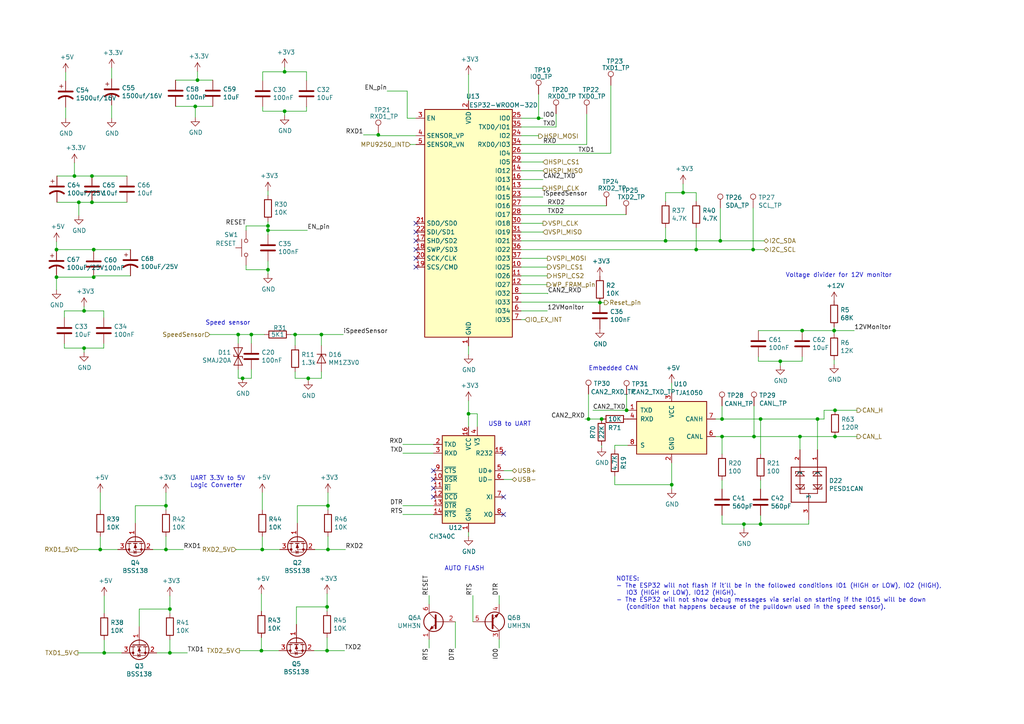
<source format=kicad_sch>
(kicad_sch (version 20231120) (generator "eeschema") (generator_version "8.0")
  (paper "A4")
  (title_block (title "ECU GEN2") (date "2021-04-05") (rev "2.3.3.3") (company "Evoke Motorcycles"))
  (lib_symbols
    (symbol "Device:C" (pin_numbers hide) (pin_names (offset 0.254))
      (property "Reference" "C" (at 0.635 2.54 0))
      (property "Value" "C" (at 0.635 -2.54 0))
      (symbol "C_1_1"
        (pin passive line (at 0 3.81 270) (length 2.794) (name "~") (number "1"))
        (pin passive line (at 0 -3.81 90) (length 2.794) (name "~") (number "2"))
      )
    )
    (symbol "Device:CP1" (pin_numbers hide) (pin_names (offset 0.254) hide)
      (property "Reference" "C" (at 0.635 2.54 0))
      (property "Value" "Device_CP1" (at 0.635 -2.54 0))
      (symbol "CP1_1_1"
        (pin passive line (at 0 3.81 270) (length 2.794) (name "~") (number "1"))
        (pin passive line (at 0 -3.81 90) (length 3.302) (name "~") (number "2"))
      )
    )
    (symbol "ESP32-CAN-rescue:+12V-power" (power) (pin_names (offset 0))
      (property "Value" "+12V-power" (at 0 3.556 0))
      (symbol "+12V-power_1_1"
        (pin power_in line (at 0 0 90) (length 0) hide (name "+12V") (number "1"))
      )
    )
    (symbol "ESP32-CAN-rescue:+3.3V-power" (power) (pin_names (offset 0))
      (property "Value" "+3.3V-power" (at 0 3.556 0))
      (symbol "+3.3V-power_1_1"
        (pin power_in line (at 0 0 90) (length 0) hide (name "+3V3") (number "1"))
      )
    )
    (symbol "ESP32-CAN-rescue:+5V-power" (power) (pin_names (offset 0))
      (property "Value" "+5V-power" (at 0 3.556 0))
      (symbol "+5V-power_1_1"
        (pin power_in line (at 0 0 90) (length 0) hide (name "+5V") (number "1"))
      )
    )
    (symbol "ESP32-CAN-rescue:BSS138-Transistor_FET" (pin_names (offset 0) hide)
      (property "Reference" "Q" (at 5.08 1.905 0))
      (property "Value" "BSS138-Transistor_FET" (at 5.08 0 0))
      (symbol "BSS138-Transistor_FET_1_1"
        (pin input line (at -5.08 0 0) (length 5.334) (name "G") (number "1"))
        (pin passive line (at 2.54 -5.08 90) (length 2.54) (name "S") (number "2"))
        (pin passive line (at 2.54 5.08 270) (length 2.54) (name "D") (number "3"))
      )
    )
    (symbol "ESP32-CAN-rescue:C-Device" (pin_numbers hide) (pin_names (offset 0.254))
      (property "Reference" "C" (at 0.635 2.54 0))
      (property "Value" "C-Device" (at 0.635 -2.54 0))
      (symbol "C-Device_1_1"
        (pin passive line (at 0 3.81 270) (length 2.794) (name "~") (number "1"))
        (pin passive line (at 0 -3.81 90) (length 2.794) (name "~") (number "2"))
      )
    )
    (symbol "ESP32-CAN-rescue:CH340G-Interface_USB"
      (property "Reference" "U" (at -5.08 13.97 0))
      (property "Value" "CH340G-Interface_USB" (at 1.27 13.97 0))
      (symbol "CH340G-Interface_USB_1_1"
        (pin power_in line (at 0 -15.24 90) (length 2.54) (name "GND") (number "1"))
        (pin input line (at 10.16 0 180) (length 2.54) (name "~{DSR}") (number "10"))
        (pin input line (at 10.16 -2.54 180) (length 2.54) (name "~{RI}") (number "11"))
        (pin input line (at 10.16 -5.08 180) (length 2.54) (name "~{DCD}") (number "12"))
        (pin output line (at 10.16 -7.62 180) (length 2.54) (name "~{DTR}") (number "13"))
        (pin output line (at 10.16 -10.16 180) (length 2.54) (name "~{RTS}") (number "14"))
        (pin input line (at -10.16 7.62 0) (length 2.54) (name "R232") (number "15"))
        (pin power_in line (at 0 15.24 270) (length 2.54) (name "VCC") (number "16"))
        (pin output line (at 10.16 10.16 180) (length 2.54) (name "TXD") (number "2"))
        (pin input line (at 10.16 7.62 180) (length 2.54) (name "RXD") (number "3"))
        (pin passive line (at -2.54 15.24 270) (length 2.54) (name "V3") (number "4"))
        (pin bidirectional line (at -10.16 2.54 0) (length 2.54) (name "UD+") (number "5"))
        (pin bidirectional line (at -10.16 0 0) (length 2.54) (name "UD-") (number "6"))
        (pin input line (at -10.16 -5.08 0) (length 2.54) (name "XI") (number "7"))
        (pin output line (at -10.16 -10.16 0) (length 2.54) (name "XO") (number "8"))
        (pin input line (at 10.16 2.54 180) (length 2.54) (name "~{CTS}") (number "9"))
      )
    )
    (symbol "ESP32-CAN-rescue:D_TVS-Device" (pin_numbers hide) (pin_names (offset 1.016) hide)
      (property "Reference" "D" (at 0 2.54 0))
      (property "Value" "D_TVS-Device" (at 0 -2.54 0))
      (symbol "D_TVS-Device_1_1"
        (pin passive line (at -3.81 0 0) (length 2.54) (name "A1") (number "1"))
        (pin passive line (at 3.81 0 180) (length 2.54) (name "A2") (number "2"))
      )
    )
    (symbol "ESP32-CAN-rescue:D_Zener-Device" (pin_numbers hide) (pin_names (offset 1.016) hide)
      (property "Reference" "D" (at 0 2.54 0))
      (property "Value" "D_Zener-Device" (at 0 -2.54 0))
      (symbol "D_Zener-Device_1_1"
        (pin passive line (at -3.81 0 0) (length 2.54) (name "K") (number "1"))
        (pin passive line (at 3.81 0 180) (length 2.54) (name "A") (number "2"))
      )
    )
    (symbol "ESP32-CAN-rescue:ESP32-WROOM-32D-RF_Module"
      (property "Reference" "U" (at -12.7 34.29 0))
      (property "Value" "ESP32-WROOM-32D-RF_Module" (at 1.27 34.29 0))
      (symbol "ESP32-WROOM-32D-RF_Module_1_1"
        (pin power_in line (at 0 -35.56 90) (length 2.54) (name "GND") (number "1"))
        (pin bidirectional line (at 15.24 -12.7 180) (length 2.54) (name "IO25") (number "10"))
        (pin bidirectional line (at 15.24 -15.24 180) (length 2.54) (name "IO26") (number "11"))
        (pin bidirectional line (at 15.24 -17.78 180) (length 2.54) (name "IO27") (number "12"))
        (pin bidirectional line (at 15.24 10.16 180) (length 2.54) (name "IO14") (number "13"))
        (pin bidirectional line (at 15.24 15.24 180) (length 2.54) (name "IO12") (number "14"))
        (pin passive line (at 0 -35.56 90) (length 2.54) hide (name "GND") (number "15"))
        (pin bidirectional line (at 15.24 12.7 180) (length 2.54) (name "IO13") (number "16"))
        (pin bidirectional line (at -15.24 -5.08 0) (length 2.54) (name "SHD/SD2") (number "17"))
        (pin bidirectional line (at -15.24 -7.62 0) (length 2.54) (name "SWP/SD3") (number "18"))
        (pin bidirectional line (at -15.24 -12.7 0) (length 2.54) (name "SCS/CMD") (number "19"))
        (pin power_in line (at 0 35.56 270) (length 2.54) (name "VDD") (number "2"))
        (pin bidirectional line (at -15.24 -10.16 0) (length 2.54) (name "SCK/CLK") (number "20"))
        (pin bidirectional line (at -15.24 0 0) (length 2.54) (name "SDO/SD0") (number "21"))
        (pin bidirectional line (at -15.24 -2.54 0) (length 2.54) (name "SDI/SD1") (number "22"))
        (pin bidirectional line (at 15.24 7.62 180) (length 2.54) (name "IO15") (number "23"))
        (pin bidirectional line (at 15.24 25.4 180) (length 2.54) (name "IO2") (number "24"))
        (pin bidirectional line (at 15.24 30.48 180) (length 2.54) (name "IO0") (number "25"))
        (pin bidirectional line (at 15.24 20.32 180) (length 2.54) (name "IO4") (number "26"))
        (pin bidirectional line (at 15.24 5.08 180) (length 2.54) (name "IO16") (number "27"))
        (pin bidirectional line (at 15.24 2.54 180) (length 2.54) (name "IO17") (number "28"))
        (pin bidirectional line (at 15.24 17.78 180) (length 2.54) (name "IO5") (number "29"))
        (pin input line (at -15.24 30.48 0) (length 2.54) (name "EN") (number "3"))
        (pin bidirectional line (at 15.24 0 180) (length 2.54) (name "IO18") (number "30"))
        (pin bidirectional line (at 15.24 -2.54 180) (length 2.54) (name "IO19") (number "31"))
        (pin no_connect line (at -12.7 -27.94 0) (length 2.54) hide (name "NC") (number "32"))
        (pin bidirectional line (at 15.24 -5.08 180) (length 2.54) (name "IO21") (number "33"))
        (pin bidirectional line (at 15.24 22.86 180) (length 2.54) (name "RXD0/IO3") (number "34"))
        (pin bidirectional line (at 15.24 27.94 180) (length 2.54) (name "TXD0/IO1") (number "35"))
        (pin bidirectional line (at 15.24 -7.62 180) (length 2.54) (name "IO22") (number "36"))
        (pin bidirectional line (at 15.24 -10.16 180) (length 2.54) (name "IO23") (number "37"))
        (pin passive line (at 0 -35.56 90) (length 2.54) hide (name "GND") (number "38"))
        (pin input line (at -15.24 25.4 0) (length 2.54) (name "SENSOR_VP") (number "4"))
        (pin input line (at -15.24 22.86 0) (length 2.54) (name "SENSOR_VN") (number "5"))
        (pin input line (at 15.24 -25.4 180) (length 2.54) (name "IO34") (number "6"))
        (pin input line (at 15.24 -27.94 180) (length 2.54) (name "IO35") (number "7"))
        (pin bidirectional line (at 15.24 -20.32 180) (length 2.54) (name "IO32") (number "8"))
        (pin bidirectional line (at 15.24 -22.86 180) (length 2.54) (name "IO33") (number "9"))
      )
    )
    (symbol "ESP32-CAN-rescue:GND-power" (power) (pin_names (offset 0))
      (property "Value" "GND-power" (at 0 -3.81 0))
      (symbol "GND-power_1_1"
        (pin power_in line (at 0 0 270) (length 0) hide (name "GND") (number "1"))
      )
    )
    (symbol "ESP32-CAN-rescue:PMBT2222AYS-Transistor_BJT" (pin_names (offset 0) hide)
      (property "Reference" "Q" (at 5.08 1.27 0))
      (property "Value" "PMBT2222AYS-Transistor_BJT" (at 5.08 -1.27 0))
      (symbol "PMBT2222AYS-Transistor_BJT_1_1"
        (pin passive line (at 2.54 -5.08 90) (length 2.54) (name "E1") (number "1"))
        (pin input line (at -5.08 0 0) (length 2.54) (name "B1") (number "2"))
        (pin passive line (at 2.54 5.08 270) (length 2.54) (name "C1") (number "6"))
      )
      (symbol "PMBT2222AYS-Transistor_BJT_2_1"
        (pin passive line (at 2.54 5.08 270) (length 2.54) (name "C2") (number "3"))
        (pin passive line (at 2.54 -5.08 90) (length 2.54) (name "E2") (number "4"))
        (pin input line (at -5.08 0 0) (length 2.54) (name "B2") (number "5"))
      )
    )
    (symbol "ESP32-CAN-rescue:R-Device" (pin_numbers hide) (pin_names (offset 0))
      (property "Reference" "R" (at 2.032 0 90))
      (property "Value" "R-Device" (at 0 0 90))
      (symbol "R-Device_1_1"
        (pin passive line (at 0 3.81 270) (length 1.27) (name "~") (number "1"))
        (pin passive line (at 0 -3.81 90) (length 1.27) (name "~") (number "2"))
      )
    )
    (symbol "ESP32-CAN-rescue:SW_Push-Switch" (pin_numbers hide) (pin_names (offset 1.016) hide)
      (property "Reference" "SW" (at 1.27 2.54 0))
      (property "Value" "SW_Push-Switch" (at 0 -1.524 0))
      (symbol "SW_Push-Switch_0_1"
        (pin passive line (at -5.08 0 0) (length 2.54) (name "1") (number "1"))
        (pin passive line (at 5.08 0 180) (length 2.54) (name "2") (number "2"))
      )
    )
    (symbol "ESP32-CAN-rescue:TJA1051T-Interface_CAN_LIN" (pin_names (offset 1.016))
      (property "Reference" "U" (at -10.16 8.89 0))
      (property "Value" "TJA1051T-Interface_CAN_LIN" (at 1.27 8.89 0))
      (symbol "TJA1051T-Interface_CAN_LIN_1_1"
        (pin input line (at -12.7 5.08 0) (length 2.54) (name "TXD") (number "1"))
        (pin power_in line (at 0 -10.16 90) (length 2.54) (name "GND") (number "2"))
        (pin power_in line (at 0 10.16 270) (length 2.54) (name "VCC") (number "3"))
        (pin output line (at -12.7 2.54 0) (length 2.54) (name "RXD") (number "4"))
        (pin no_connect line (at -12.7 -2.54 0) (length 2.54) hide (name "n.c.") (number "5"))
        (pin bidirectional line (at 12.7 -2.54 180) (length 2.54) (name "CANL") (number "6"))
        (pin bidirectional line (at 12.7 2.54 180) (length 2.54) (name "CANH") (number "7"))
        (pin input line (at -12.7 -5.08 0) (length 2.54) (name "S") (number "8"))
      )
    )
    (symbol "ESP32-CAN-rescue:TestPoint-Connector" (pin_numbers hide) (pin_names (offset 0.762) hide)
      (property "Reference" "TP" (at 0 6.858 0))
      (property "Value" "TestPoint-Connector" (at 0 5.08 0))
      (symbol "TestPoint-Connector_1_1"
        (pin passive line (at 0 0 90) (length 2.54) (name "1") (number "1"))
      )
    )
    (symbol "PESD1CAN:PESD1CAN" (pin_names (offset 1.016))
      (property "Reference" "D" (at 0 11.43 0))
      (property "Value" "PESD1CAN" (at 0 -2.54 0))
      (symbol "PESD1CAN_0_0"
        (pin bidirectional line (at -5.08 7.62 0) (length 5.08) (name "1") (number "1"))
        (pin bidirectional line (at -5.08 2.54 0) (length 5.08) (name "2") (number "2"))
        (pin passive line (at 15.24 5.08 180) (length 5.08) (name "3") (number "3"))
      )
    )
    (symbol "PESD1CAN_1" (pin_names (offset 1.016))
      (property "Reference" "D" (at 0 11.43 0))
      (property "Value" "PESD1CAN" (at 0 -2.54 0))
      (symbol "PESD1CAN_1_0_0"
        (pin bidirectional line (at -5.08 7.62 0) (length 5.08) (name "1") (number "1"))
        (pin bidirectional line (at -5.08 2.54 0) (length 5.08) (name "2") (number "2"))
        (pin passive line (at 15.24 5.08 180) (length 5.08) (name "3") (number "3"))
      )
    )
    (symbol "power:+3.3V" (power) (pin_names (offset 0))
      (property "Value" "+3.3V" (at 0 3.556 0))
      (symbol "+3.3V_1_1"
        (pin power_in line (at 0 0 90) (length 0) hide (name "+3.3V") (number "1"))
      )
    )
    (symbol "power:+5V" (power) (pin_names (offset 0))
      (property "Value" "+5V" (at 0 3.556 0))
      (symbol "+5V_1_1"
        (pin power_in line (at 0 0 90) (length 0) hide (name "+5V") (number "1"))
      )
    )
    (symbol "power:GND" (power) (pin_names (offset 0))
      (property "Value" "GND" (at 0 -3.81 0))
      (symbol "GND_1_1"
        (pin power_in line (at 0 0 270) (length 0) hide (name "GND") (number "1"))
      )
    )
  )
  (junction (at 241.935 95.885))
  (junction (at 57.277 23.241))
  (junction (at 77.724 78.232))
  (junction (at 93.218 97.028))
  (junction (at 76.073 159.385))
  (junction (at 95.123 146.685))
  (junction (at 21.59 51.054))
  (junction (at 220.599 121.539))
  (junction (at 22.86 58.674))
  (junction (at 72.898 97.028))
  (junction (at 70.358 109.728))
  (junction (at 215.773 152.019))
  (junction (at 170.688 121.539))
  (junction (at 49.276 189.357))
  (junction (at 85.598 97.028))
  (junction (at 173.99 87.757))
  (junction (at 237.109 121.539))
  (junction (at 193.04 69.85))
  (junction (at 209.423 126.619))
  (junction (at 26.67 51.054))
  (junction (at 82.55 20.828))
  (junction (at 198.12 55.88))
  (junction (at 75.819 188.722))
  (junction (at 16.383 80.391))
  (junction (at 232.664 95.885))
  (junction (at 94.869 188.722))
  (junction (at 49.276 176.657))
  (junction (at 27.178 80.391))
  (junction (at 69.088 97.028))
  (junction (at 242.189 118.999))
  (junction (at 218.44 72.39))
  (junction (at 30.226 189.357))
  (junction (at 208.915 69.85))
  (junction (at 218.694 126.619))
  (junction (at 27.178 72.39))
  (junction (at 56.642 30.861))
  (junction (at 220.599 152.019))
  (junction (at 24.384 100.965))
  (junction (at 174.498 121.539))
  (junction (at 94.869 176.022))
  (junction (at 16.383 72.39))
  (junction (at 26.67 58.674))
  (junction (at 89.408 109.728))
  (junction (at 201.93 72.39))
  (junction (at 194.818 140.589))
  (junction (at 24.384 90.17))
  (junction (at 95.123 159.385))
  (junction (at 48.133 146.685))
  (junction (at 156.21 34.29))
  (junction (at 226.314 104.775))
  (junction (at 77.724 66.802))
  (junction (at 232.029 126.619))
  (junction (at 77.724 65.532))
  (junction (at 242.189 126.619))
  (junction (at 29.083 159.385))
  (junction (at 181.737 118.999))
  (junction (at 209.423 121.539))
  (junction (at 82.55 32.258))
  (junction (at 48.133 159.385))
  (junction (at 109.728 39.116))
  (junction (at 135.89 120.015))
  (no_connect (at 120.65 67.31))
  (no_connect (at 120.65 74.93))
  (no_connect (at 146.05 131.445))
  (no_connect (at 120.65 77.47))
  (no_connect (at 120.65 72.39))
  (no_connect (at 120.65 69.85))
  (no_connect (at 120.65 64.77))
  (no_connect (at 146.05 149.225))
  (no_connect (at 125.73 139.065))
  (no_connect (at 146.05 144.145))
  (no_connect (at 125.73 144.145))
  (no_connect (at 125.73 141.605))
  (no_connect (at 125.73 136.525))
  (wire (pts (xy 120.65 39.37) (xy 109.728 39.37)))
  (wire (pts (xy 207.518 121.539) (xy 209.423 121.539)))
  (wire (pts (xy 95.123 159.385) (xy 100.203 159.385)))
  (wire (pts (xy 48.133 146.685) (xy 39.243 146.685)))
  (wire (pts (xy 198.12 53.34) (xy 198.12 55.88)))
  (wire (pts (xy 241.935 105.664) (xy 241.935 104.394)))
  (wire (pts (xy 156.21 27.305) (xy 156.21 34.29)))
  (wire (pts (xy 193.04 69.85) (xy 208.915 69.85)))
  (wire (pts (xy 76.708 97.028) (xy 72.898 97.028)))
  (wire (pts (xy 151.13 41.91) (xy 170.18 41.91)))
  (wire (pts (xy 69.088 107.188) (xy 69.088 109.728)))
  (wire (pts (xy 77.724 78.232) (xy 71.374 78.232)))
  (wire (pts (xy 26.67 58.674) (xy 36.83 58.674)))
  (wire (pts (xy 94.869 177.292) (xy 94.869 176.022)))
  (wire (pts (xy 34.163 159.385) (xy 29.083 159.385)))
  (wire (pts (xy 182.118 129.159) (xy 178.308 129.159)))
  (wire (pts (xy 48.133 155.575) (xy 48.133 159.385)))
  (wire (pts (xy 24.384 100.965) (xy 30.099 100.965)))
  (wire (pts (xy 48.133 159.385) (xy 53.213 159.385)))
  (wire (pts (xy 209.423 152.019) (xy 215.773 152.019)))
  (wire (pts (xy 209.423 149.479) (xy 209.423 152.019)))
  (wire (pts (xy 16.383 80.264) (xy 16.383 80.391)))
  (wire (pts (xy 29.083 147.955) (xy 29.083 142.875)))
  (wire (pts (xy 94.869 172.212) (xy 94.869 176.022)))
  (wire (pts (xy 61.722 30.861) (xy 56.642 30.861)))
  (wire (pts (xy 30.226 189.357) (xy 30.226 185.547)))
  (wire (pts (xy 209.423 121.539) (xy 220.599 121.539)))
  (wire (pts (xy 232.664 104.775) (xy 226.314 104.775)))
  (wire (pts (xy 242.189 118.999) (xy 239.014 118.999)))
  (wire (pts (xy 209.423 117.729) (xy 209.423 121.539)))
  (wire (pts (xy 120.65 41.91) (xy 118.999 41.91)))
  (wire (pts (xy 178.308 129.159) (xy 178.308 130.429)))
  (wire (pts (xy 208.915 60.325) (xy 208.915 69.85)))
  (wire (pts (xy 49.276 185.547) (xy 49.276 189.357)))
  (wire (pts (xy 24.384 88.9) (xy 24.384 90.17)))
  (wire (pts (xy 22.86 58.674) (xy 22.86 62.484)))
  (wire (pts (xy 151.13 85.09) (xy 158.877 85.09)))
  (wire (pts (xy 118.11 26.416) (xy 112.268 26.416)))
  (wire (pts (xy 85.598 97.028) (xy 93.218 97.028)))
  (wire (pts (xy 94.869 188.722) (xy 91.059 188.722)))
  (wire (pts (xy 178.308 140.589) (xy 194.818 140.589)))
  (wire (pts (xy 109.728 39.116) (xy 109.728 38.862)))
  (wire (pts (xy 125.73 131.445) (xy 116.84 131.445)))
  (wire (pts (xy 174.498 129.794) (xy 174.498 129.159)))
  (wire (pts (xy 151.13 77.47) (xy 158.75 77.47)))
  (wire (pts (xy 151.13 87.63) (xy 173.99 87.63)))
  (wire (pts (xy 56.642 30.861) (xy 56.642 34.036)))
  (wire (pts (xy 89.154 66.802) (xy 77.724 66.802)))
  (wire (pts (xy 151.13 67.31) (xy 157.48 67.31)))
  (wire (pts (xy 57.277 23.241) (xy 57.277 20.701)))
  (wire (pts (xy 77.724 65.532) (xy 77.724 66.802)))
  (wire (pts (xy 146.05 139.065) (xy 148.59 139.065)))
  (wire (pts (xy 22.86 58.674) (xy 26.67 58.674)))
  (wire (pts (xy 30.099 100.965) (xy 30.099 99.695)))
  (wire (pts (xy 146.05 136.525) (xy 148.59 136.525)))
  (wire (pts (xy 242.189 126.619) (xy 232.029 126.619)))
  (wire (pts (xy 69.088 97.028) (xy 72.898 97.028)))
  (wire (pts (xy 193.04 58.42) (xy 193.04 55.88)))
  (wire (pts (xy 151.13 74.93) (xy 158.75 74.93)))
  (wire (pts (xy 226.314 106.045) (xy 226.314 104.775)))
  (wire (pts (xy 69.469 188.722) (xy 75.819 188.722)))
  (wire (pts (xy 21.59 51.054) (xy 21.59 47.244)))
  (wire (pts (xy 30.099 90.17) (xy 24.384 90.17)))
  (wire (pts (xy 135.89 155.575) (xy 135.89 154.305)))
  (wire (pts (xy 94.869 188.722) (xy 99.949 188.722)))
  (wire (pts (xy 48.133 142.875) (xy 48.133 146.685)))
  (wire (pts (xy 29.083 159.385) (xy 29.083 155.575)))
  (wire (pts (xy 151.13 39.37) (xy 156.21 39.37)))
  (wire (pts (xy 170.18 33.02) (xy 170.18 41.91)))
  (wire (pts (xy 194.818 140.589) (xy 194.818 134.239)))
  (wire (pts (xy 151.13 44.45) (xy 177.165 44.45)))
  (wire (pts (xy 85.598 100.203) (xy 85.598 97.028)))
  (wire (pts (xy 118.11 34.29) (xy 118.11 26.416)))
  (wire (pts (xy 27.178 80.391) (xy 16.383 80.391)))
  (wire (pts (xy 151.13 82.55) (xy 158.623 82.55)))
  (wire (pts (xy 24.384 90.17) (xy 18.669 90.17)))
  (wire (pts (xy 232.664 103.505) (xy 232.664 104.775)))
  (wire (pts (xy 30.226 177.927) (xy 30.226 172.847)))
  (wire (pts (xy 22.606 189.357) (xy 30.226 189.357)))
  (wire (pts (xy 22.733 159.385) (xy 29.083 159.385)))
  (wire (pts (xy 220.599 131.699) (xy 220.599 121.539)))
  (wire (pts (xy 232.664 95.885) (xy 219.964 95.885)))
  (wire (pts (xy 68.453 159.385) (xy 76.073 159.385)))
  (wire (pts (xy 95.123 142.875) (xy 95.123 146.685)))
  (wire (pts (xy 93.218 97.028) (xy 93.218 100.203)))
  (wire (pts (xy 48.133 159.385) (xy 44.323 159.385)))
  (wire (pts (xy 151.13 49.53) (xy 157.48 49.53)))
  (wire (pts (xy 193.04 66.04) (xy 193.04 69.85)))
  (wire (pts (xy 151.13 59.69) (xy 175.895 59.69)))
  (wire (pts (xy 209.423 126.619) (xy 218.694 126.619)))
  (wire (pts (xy 151.13 46.99) (xy 157.48 46.99)))
  (wire (pts (xy 27.178 72.39) (xy 27.178 72.771)))
  (wire (pts (xy 193.04 55.88) (xy 198.12 55.88)))
  (wire (pts (xy 124.46 175.26) (xy 124.46 172.72)))
  (wire (pts (xy 161.29 33.02) (xy 161.29 36.83)))
  (wire (pts (xy 120.65 34.29) (xy 118.11 34.29)))
  (wire (pts (xy 85.598 109.728) (xy 89.408 109.728)))
  (wire (pts (xy 151.13 62.23) (xy 181.61 62.23)))
  (wire (pts (xy 215.773 153.289) (xy 215.773 152.019)))
  (wire (pts (xy 48.133 147.955) (xy 48.133 146.685)))
  (wire (pts (xy 201.93 66.04) (xy 201.93 72.39)))
  (wire (pts (xy 88.9 20.828) (xy 88.9 23.368)))
  (wire (pts (xy 49.276 172.847) (xy 49.276 176.657)))
  (wire (pts (xy 151.13 52.07) (xy 157.48 52.07)))
  (wire (pts (xy 239.014 118.999) (xy 239.014 121.539)))
  (wire (pts (xy 218.694 126.619) (xy 232.029 126.619)))
  (wire (pts (xy 151.13 57.15) (xy 157.48 57.15)))
  (wire (pts (xy 241.935 94.869) (xy 241.935 95.885)))
  (wire (pts (xy 94.869 176.022) (xy 85.979 176.022)))
  (wire (pts (xy 234.569 152.019) (xy 234.569 150.749)))
  (wire (pts (xy 77.724 64.262) (xy 77.724 65.532)))
  (wire (pts (xy 32.385 30.48) (xy 32.385 34.29)))
  (wire (pts (xy 49.276 176.657) (xy 40.386 176.657)))
  (wire (pts (xy 135.89 21.59) (xy 135.89 29.21)))
  (wire (pts (xy 69.088 109.728) (xy 70.358 109.728)))
  (wire (pts (xy 181.737 118.999) (xy 171.958 118.999)))
  (wire (pts (xy 151.13 69.85) (xy 193.04 69.85)))
  (wire (pts (xy 19.05 20.955) (xy 19.05 23.495)))
  (wire (pts (xy 151.13 54.61) (xy 157.48 54.61)))
  (wire (pts (xy 173.99 87.757) (xy 173.99 87.63)))
  (wire (pts (xy 94.869 184.912) (xy 94.869 188.722)))
  (wire (pts (xy 50.927 23.241) (xy 57.277 23.241)))
  (wire (pts (xy 27.178 80.01) (xy 27.178 80.391)))
  (wire (pts (xy 75.819 177.292) (xy 75.819 172.212)))
  (wire (pts (xy 69.088 99.568) (xy 69.088 97.028)))
  (wire (pts (xy 175.26 87.757) (xy 173.99 87.757)))
  (wire (pts (xy 71.374 78.232) (xy 71.374 76.962)))
  (wire (pts (xy 95.123 159.385) (xy 91.313 159.385)))
  (wire (pts (xy 61.722 23.241) (xy 57.277 23.241)))
  (wire (pts (xy 219.964 104.775) (xy 219.964 103.505)))
  (wire (pts (xy 135.89 120.015) (xy 135.89 123.825)))
  (wire (pts (xy 77.724 55.372) (xy 77.724 56.642)))
  (wire (pts (xy 99.568 97.028) (xy 93.218 97.028)))
  (wire (pts (xy 84.328 97.028) (xy 85.598 97.028)))
  (wire (pts (xy 218.44 60.325) (xy 218.44 72.39)))
  (wire (pts (xy 151.13 34.29) (xy 156.21 34.29)))
  (wire (pts (xy 16.383 72.39) (xy 16.383 72.644)))
  (wire (pts (xy 76.2 23.368) (xy 76.2 20.828)))
  (wire (pts (xy 27.178 72.39) (xy 16.383 72.39)))
  (wire (pts (xy 125.73 149.225) (xy 116.84 149.225)))
  (wire (pts (xy 18.669 100.965) (xy 24.384 100.965)))
  (wire (pts (xy 125.73 128.905) (xy 116.84 128.905)))
  (wire (pts (xy 16.51 58.674) (xy 22.86 58.674)))
  (wire (pts (xy 124.46 185.42) (xy 124.46 187.96)))
  (wire (pts (xy 241.935 95.885) (xy 241.935 96.774)))
  (wire (pts (xy 82.55 33.528) (xy 82.55 32.258)))
  (wire (pts (xy 209.423 131.699) (xy 209.423 126.619)))
  (wire (pts (xy 76.2 32.258) (xy 76.2 30.988)))
  (wire (pts (xy 144.78 175.26) (xy 144.78 172.72)))
  (wire (pts (xy 30.099 92.075) (xy 30.099 90.17)))
  (wire (pts (xy 138.43 120.015) (xy 135.89 120.015)))
  (wire (pts (xy 35.306 189.357) (xy 30.226 189.357)))
  (wire (pts (xy 156.21 34.29) (xy 157.48 34.29)))
  (wire (pts (xy 105.41 39.116) (xy 109.728 39.116)))
  (wire (pts (xy 49.276 189.357) (xy 54.356 189.357)))
  (wire (pts (xy 138.43 123.825) (xy 138.43 120.015)))
  (wire (pts (xy 132.08 180.34) (xy 132.08 187.96)))
  (wire (pts (xy 242.189 126.619) (xy 248.539 126.619)))
  (wire (pts (xy 16.51 51.054) (xy 21.59 51.054)))
  (wire (pts (xy 151.13 64.77) (xy 157.48 64.77)))
  (wire (pts (xy 144.78 185.42) (xy 144.78 187.96)))
  (wire (pts (xy 72.898 99.568) (xy 72.898 97.028)))
  (wire (pts (xy 156.21 39.37) (xy 156.21 39.497)))
  (wire (pts (xy 151.13 92.71) (xy 152.273 92.71)))
  (wire (pts (xy 201.93 55.88) (xy 201.93 58.42)))
  (wire (pts (xy 178.308 138.049) (xy 178.308 140.589)))
  (wire (pts (xy 237.109 130.429) (xy 237.109 121.539)))
  (wire (pts (xy 77.724 66.802) (xy 77.724 68.072)))
  (wire (pts (xy 220.599 121.539) (xy 237.109 121.539)))
  (wire (pts (xy 85.979 176.022) (xy 85.979 181.102)))
  (wire (pts (xy 209.423 139.319) (xy 209.423 141.859)))
  (wire (pts (xy 194.818 141.859) (xy 194.818 140.589)))
  (wire (pts (xy 71.374 66.802) (xy 71.374 65.532)))
  (wire (pts (xy 239.014 121.539) (xy 237.109 121.539)))
  (wire (pts (xy 80.899 188.722) (xy 75.819 188.722)))
  (wire (pts (xy 151.13 36.83) (xy 161.29 36.83)))
  (wire (pts (xy 194.818 111.125) (xy 194.818 113.919)))
  (wire (pts (xy 71.374 65.532) (xy 77.724 65.532)))
  (wire (pts (xy 125.73 146.685) (xy 116.84 146.685)))
  (wire (pts (xy 169.672 121.539) (xy 170.688 121.539)))
  (wire (pts (xy 109.728 39.37) (xy 109.728 39.116)))
  (wire (pts (xy 232.029 130.429) (xy 232.029 126.619)))
  (wire (pts (xy 50.927 30.861) (xy 56.642 30.861)))
  (wire (pts (xy 201.93 72.39) (xy 218.44 72.39)))
  (wire (pts (xy 19.05 31.115) (xy 19.05 34.29)))
  (wire (pts (xy 72.898 109.728) (xy 70.358 109.728)))
  (wire (pts (xy 82.55 32.258) (xy 76.2 32.258)))
  (wire (pts (xy 72.898 107.188) (xy 72.898 109.728)))
  (wire (pts (xy 220.599 152.019) (xy 220.599 149.479)))
  (wire (pts (xy 39.243 146.685) (xy 39.243 151.765)))
  (wire (pts (xy 95.123 155.575) (xy 95.123 159.385)))
  (wire (pts (xy 215.773 152.019) (xy 220.599 152.019)))
  (wire (pts (xy 220.599 152.019) (xy 234.569 152.019)))
  (wire (pts (xy 88.9 30.988) (xy 88.9 32.258)))
  (wire (pts (xy 95.123 146.685) (xy 86.233 146.685)))
  (wire (pts (xy 248.539 118.999) (xy 242.189 118.999)))
  (wire (pts (xy 182.118 118.999) (xy 181.737 118.999)))
  (wire (pts (xy 37.846 72.39) (xy 27.178 72.39)))
  (wire (pts (xy 170.688 114.3) (xy 170.688 121.539)))
  (wire (pts (xy 21.59 51.054) (xy 26.67 51.054)))
  (wire (pts (xy 89.408 110.363) (xy 89.408 109.728)))
  (wire (pts (xy 218.694 117.729) (xy 218.694 126.619)))
  (wire (pts (xy 208.915 69.85) (xy 221.615 69.85)))
  (wire (pts (xy 16.383 70.104) (xy 16.383 72.39)))
  (wire (pts (xy 18.669 90.17) (xy 18.669 92.075)))
  (wire (pts (xy 37.846 80.01) (xy 27.178 80.01)))
  (wire (pts (xy 82.55 19.558) (xy 82.55 20.828)))
  (wire (pts (xy 135.89 102.87) (xy 135.89 100.33)))
  (wire (pts (xy 226.314 104.775) (xy 219.964 104.775)))
  (wire (pts (xy 218.44 72.39) (xy 221.615 72.39)))
  (wire (pts (xy 49.276 177.927) (xy 49.276 176.657)))
  (wire (pts (xy 151.13 80.01) (xy 158.75 80.01)))
  (wire (pts (xy 81.153 159.385) (xy 76.073 159.385)))
  (wire (pts (xy 76.2 20.828) (xy 82.55 20.828)))
  (wire (pts (xy 76.073 159.385) (xy 76.073 155.575)))
  (wire (pts (xy 220.599 139.319) (xy 220.599 141.859)))
  (wire (pts (xy 85.598 107.823) (xy 85.598 109.728)))
  (wire (pts (xy 82.55 20.828) (xy 88.9 20.828)))
  (wire (pts (xy 198.12 55.88) (xy 201.93 55.88)))
  (wire (pts (xy 88.9 32.258) (xy 82.55 32.258)))
  (wire (pts (xy 77.724 79.502) (xy 77.724 78.232)))
  (wire (pts (xy 24.384 102.235) (xy 24.384 100.965)))
  (wire (pts (xy 26.67 51.054) (xy 36.83 51.054)))
  (wire (pts (xy 177.165 24.765) (xy 177.165 44.45)))
  (wire (pts (xy 32.385 19.685) (xy 32.385 22.86)))
  (wire (pts (xy 69.088 97.028) (xy 60.833 97.028)))
  (wire (pts (xy 247.777 95.885) (xy 241.935 95.885)))
  (wire (pts (xy 93.218 109.728) (xy 93.218 107.823)))
  (wire (pts (xy 40.386 176.657) (xy 40.386 181.737)))
  (wire (pts (xy 241.935 95.885) (xy 232.664 95.885)))
  (wire (pts (xy 181.737 114.427) (xy 181.737 118.999)))
  (wire (pts (xy 86.233 146.685) (xy 86.233 151.765)))
  (wire (pts (xy 95.123 147.955) (xy 95.123 146.685)))
  (wire (pts (xy 137.16 180.34) (xy 137.16 172.72)))
  (wire (pts (xy 76.073 147.955) (xy 76.073 142.875)))
  (wire (pts (xy 16.383 80.391) (xy 16.383 84.074)))
  (wire (pts (xy 18.669 99.695) (xy 18.669 100.965)))
  (wire (pts (xy 75.819 188.722) (xy 75.819 184.912)))
  (wire (pts (xy 207.518 126.619) (xy 209.423 126.619)))
  (wire (pts (xy 158.877 85.09) (xy 158.877 85.217)))
  (wire (pts (xy 77.724 75.692) (xy 77.724 78.232)))
  (wire (pts (xy 49.276 189.357) (xy 45.466 189.357)))
  (wire (pts (xy 135.89 116.205) (xy 135.89 120.015)))
  (wire (pts (xy 89.408 109.728) (xy 93.218 109.728)))
  (wire (pts (xy 151.13 90.17) (xy 158.75 90.17)))
  (wire (pts (xy 151.13 72.39) (xy 201.93 72.39)))
  (wire (pts (xy 170.688 121.539) (xy 174.498 121.539)))
  (text "UART 3.3V to 5V\nLogic Converter" (at 55.118 141.605 0) (effects (font (size 1.27 1.27)) (justify left bottom)))
  (text "USB to UART" (at 141.605 123.825 0) (effects (font (size 1.27 1.27)) (justify left bottom)))
  (text "Voltage divider for 12V monitor" (at 227.838 80.645 0) (effects (font (size 1.27 1.27)) (justify left bottom)))
  (text "Speed sensor" (at 59.563 94.488 0) (effects (font (size 1.27 1.27)) (justify left bottom)))
  (text "NOTES:\n- The ESP32 will not flash if it'll be in the followed conditions IO1 (HIGH or LOW), IO2 (HIGH),\n   IO3 (HIGH or LOW), IO12 (HIGH).\n- The ESP32 will not show debug messages via serial on starting if the IO15 will be down\n   (condition that happens because of the pulldown used in the speed sensor)." (at 178.689 176.911 0) (effects (font (size 1.27 1.27)) (justify left bottom)))
  (text "Embedded CAN" (at 170.688 107.696 0) (effects (font (size 1.27 1.27)) (justify left bottom)))
  (text "AUTO FLASH" (at 128.905 165.735 0) (effects (font (size 1.27 1.27)) (justify left bottom)))
  (label "EN_pin" (at 89.154 66.802 0))
  (label "TXD1" (at 54.356 189.357 0))
  (label "iSpeedSensor" (at 157.48 57.15 0))
  (label "DTR" (at 132.08 187.96 270))
  (label "CAN2_RXD" (at 169.672 121.539 180))
  (label "RTS" (at 116.84 149.225 180))
  (label "RXD" (at 157.48 41.91 0))
  (label "EN_pin" (at 112.268 26.416 180))
  (label "IO0" (at 144.78 187.96 270))
  (label "TXD1" (at 167.64 44.45 0))
  (label "RXD1" (at 105.41 39.116 180))
  (label "RXD2" (at 100.203 159.385 0))
  (label "TXD2" (at 158.75 62.23 0))
  (label "RXD1" (at 53.213 159.385 0))
  (label "iSpeedSensor" (at 99.568 97.028 0))
  (label "IO0" (at 157.48 34.29 0))
  (label "CAN2_TXD" (at 171.958 118.999 0))
  (label "RTS" (at 137.16 172.72 90))
  (label "RESET" (at 124.46 172.72 90))
  (label "RTS" (at 124.46 187.96 270))
  (label "CAN2_TXD" (at 157.48 52.07 0))
  (label "RXD2" (at 158.75 59.69 0))
  (label "DTR" (at 116.84 146.685 180))
  (label "CAN2_RXD" (at 158.877 85.217 0))
  (label "RXD" (at 116.84 128.905 180))
  (label "12VMonitor" (at 158.75 90.17 0))
  (label "12VMonitor" (at 247.777 95.885 0))
  (label "DTR" (at 144.78 172.72 90))
  (label "TXD" (at 157.48 36.83 0))
  (label "RESET" (at 71.374 65.532 180))
  (label "TXD" (at 116.84 131.445 180))
  (label "TXD2" (at 99.949 188.722 0))
  (hierarchical_label "IO_EX_INT" (shape input) (at 152.273 92.71 0))
  (hierarchical_label "VSPI_MOSI" (shape output) (at 158.75 74.93 0))
  (hierarchical_label "HSPI_CS2" (shape output) (at 158.75 80.01 0))
  (hierarchical_label "HSPI_CLK" (shape output) (at 157.48 54.61 0))
  (hierarchical_label "USB-" (shape bidirectional) (at 148.59 139.065 0))
  (hierarchical_label "VSPI_CS1" (shape output) (at 158.75 77.47 0))
  (hierarchical_label "HSPI_MISO" (shape input) (at 157.48 49.53 0))
  (hierarchical_label "SpeedSensor" (shape input) (at 60.833 97.028 180))
  (hierarchical_label "RXD1_5V" (shape input) (at 22.733 159.385 180))
  (hierarchical_label "CAN_H" (shape output) (at 248.539 118.999 0))
  (hierarchical_label "TXD1_5V" (shape output) (at 22.606 189.357 180))
  (hierarchical_label "Reset_pin" (shape output) (at 175.26 87.757 0))
  (hierarchical_label "CAN_L" (shape output) (at 248.539 126.619 0))
  (hierarchical_label "I2C_SCL" (shape bidirectional) (at 221.615 72.39 0))
  (hierarchical_label "MPU9250_INT" (shape input) (at 118.999 41.91 180))
  (hierarchical_label "I2C_SDA" (shape bidirectional) (at 221.615 69.85 0))
  (hierarchical_label "HSPI_CS1" (shape input) (at 157.48 46.99 0))
  (hierarchical_label "WP_FRAM_pin" (shape output) (at 158.623 82.55 0))
  (hierarchical_label "USB+" (shape bidirectional) (at 148.59 136.525 0))
  (hierarchical_label "VSPI_CLK" (shape output) (at 157.48 64.77 0))
  (hierarchical_label "TXD2_5V" (shape output) (at 69.469 188.722 180))
  (hierarchical_label "VSPI_MISO" (shape input) (at 157.48 67.31 0))
  (hierarchical_label "RXD2_5V" (shape input) (at 68.453 159.385 180))
  (hierarchical_label "HSPI_MOSI" (shape output) (at 156.21 39.497 0))
  (symbol (lib_id "ESP32-CAN-rescue:ESP32-WROOM-32D-RF_Module") (at 135.89 64.77 0) (unit 1)
    (property "Reference" "U13" (at 137.16 27.94 0))
    (property "Value" "ESP32-WROOM-32D" (at 146.05 30.48 0))
    (property "Footprint" "RF_Module:ESP32-WROOM-32" (effects (hide yes)))
    (property "Datasheet" "https://www.espressif.com/sites/default/files/documentation/esp32-wroom-32d_esp32-wroom-32u_datasheet_en.pdf" (effects (hide yes)))
  )
  (symbol (lib_id "ESP32-CAN-rescue:+3.3V-power") (at 135.89 21.59 0) (unit 1)
    (property "Reference" "#PWR082" (effects (hide yes)))
    (property "Value" "+3V3" (at 136.271 17.1958 0))
  )
  (symbol (lib_id "ESP32-CAN-rescue:GND-power") (at 135.89 102.87 0) (unit 1)
    (property "Reference" "#PWR083" (effects (hide yes)))
    (property "Value" "GND" (at 136.017 107.2642 0))
  )
  (symbol (lib_id "ESP32-CAN-rescue:R-Device") (at 77.724 60.452 0) (unit 1)
    (property "Reference" "R30" (at 79.502 59.2836 0) (effects (justify left)))
    (property "Value" "10K" (at 79.502 61.595 0) (effects (justify left)))
    (property "Footprint" "Resistor_SMD:R_0603_1608Metric" (effects (hide yes)))
  )
  (symbol (lib_id "ESP32-CAN-rescue:C-Device") (at 77.724 71.882 0) (unit 1)
    (property "Reference" "C35" (at 80.645 70.7136 0) (effects (justify left)))
    (property "Value" "100nF" (at 80.645 73.025 0) (effects (justify left)))
    (property "Footprint" "Capacitor_SMD:C_0603_1608Metric" (effects (hide yes)))
  )
  (symbol (lib_id "ESP32-CAN-rescue:SW_Push-Switch") (at 71.374 71.882 90) (unit 1)
    (property "Reference" "SW1" (at 65.024 68.072 90) (effects (justify right)))
    (property "Value" "RESET" (at 62.484 70.612 90) (effects (justify right)))
    (property "Footprint" "Button_Switch_SMD:SW_SPST_PTS645" (effects (hide yes)))
  )
  (symbol (lib_id "ESP32-CAN-rescue:+3.3V-power") (at 77.724 55.372 0) (unit 1)
    (property "Reference" "#PWR078" (effects (hide yes)))
    (property "Value" "+3V3" (at 78.105 50.9778 0))
  )
  (symbol (lib_id "ESP32-CAN-rescue:GND-power") (at 77.724 79.502 0) (unit 1)
    (property "Reference" "#PWR079" (effects (hide yes)))
    (property "Value" "GND" (at 77.851 83.8962 0))
  )
  (symbol (lib_id "ESP32-CAN-rescue:CH340G-Interface_USB") (at 135.89 139.065 0) (mirror y) (unit 1)
    (property "Reference" "U12" (at 132.08 153.035 0))
    (property "Value" "CH340C" (at 128.27 155.575 0))
    (property "Footprint" "Package_SO:SOIC-16_3.9x9.9mm_P1.27mm" (effects (hide yes)))
    (property "Datasheet" "http://www.datasheet5.com/pdf-local-2195953" (effects (hide yes)))
  )
  (symbol (lib_id "ESP32-CAN-rescue:GND-power") (at 135.89 155.575 0) (unit 1)
    (property "Reference" "#PWR081" (effects (hide yes)))
    (property "Value" "GND" (at 136.017 159.9692 0))
  )
  (symbol (lib_id "ESP32-CAN-rescue:+3.3V-power") (at 135.89 116.205 0) (unit 1)
    (property "Reference" "#PWR080" (effects (hide yes)))
    (property "Value" "+3V3" (at 136.271 111.8108 0))
  )
  (symbol (lib_id "ESP32-CAN-rescue:PMBT2222AYS-Transistor_BJT") (at 127 180.34 0) (mirror y) (unit 1)
    (property "Reference" "Q6" (at 122.1486 179.1716 0) (effects (justify left)))
    (property "Value" "UMH3N" (at 122.1486 181.483 0) (effects (justify left)))
    (property "Footprint" "Package_TO_SOT_SMD:SOT-363_SC-70-6" (effects (hide yes)))
    (property "Datasheet" "https://assets.nexperia.com/documents/data-sheet/PMBT2222AYS.pdf" (effects (hide yes)))
  )
  (symbol (lib_id "ESP32-CAN-rescue:PMBT2222AYS-Transistor_BJT") (at 142.24 180.34 0) (mirror x) (unit 2)
    (property "Reference" "Q6" (at 147.066 179.1716 0) (effects (justify left)))
    (property "Value" "UMH3N" (at 147.066 181.483 0) (effects (justify left)))
    (property "Footprint" "Package_TO_SOT_SMD:SOT-363_SC-70-6" (effects (hide yes)))
    (property "Datasheet" "https://assets.nexperia.com/documents/data-sheet/PMBT2222AYS.pdf" (effects (hide yes)))
  )
  (symbol (lib_id "ESP32-CAN-rescue:C-Device") (at 88.9 27.178 0) (unit 1)
    (property "Reference" "C32" (at 91.821 26.0096 0) (effects (justify left)))
    (property "Value" "10uF" (at 91.821 28.321 0) (effects (justify left)))
    (property "Footprint" "Capacitor_SMD:C_0603_1608Metric" (effects (hide yes)))
  )
  (symbol (lib_id "ESP32-CAN-rescue:C-Device") (at 76.2 27.178 0) (unit 1)
    (property "Reference" "C30" (at 79.121 26.0096 0) (effects (justify left)))
    (property "Value" "100nF" (at 79.121 28.321 0) (effects (justify left)))
    (property "Footprint" "Capacitor_SMD:C_0603_1608Metric" (effects (hide yes)))
  )
  (symbol (lib_id "ESP32-CAN-rescue:GND-power") (at 82.55 33.528 0) (unit 1)
    (property "Reference" "#PWR074" (effects (hide yes)))
    (property "Value" "GND" (at 82.677 37.9222 0))
  )
  (symbol (lib_id "ESP32-CAN-rescue:+3.3V-power") (at 82.55 19.558 0) (unit 1)
    (property "Reference" "#PWR073" (effects (hide yes)))
    (property "Value" "+3V3" (at 82.931 15.1638 0))
  )
  (symbol (lib_id "ESP32-CAN-rescue:R-Device") (at 193.04 62.23 0) (unit 1)
    (property "Reference" "R37" (at 194.818 61.0616 0) (effects (justify left)))
    (property "Value" "4.7K" (at 194.818 63.373 0) (effects (justify left)))
    (property "Footprint" "Resistor_SMD:R_0603_1608Metric" (effects (hide yes)))
  )
  (symbol (lib_id "ESP32-CAN-rescue:R-Device") (at 201.93 62.23 0) (unit 1)
    (property "Reference" "R40" (at 203.708 61.0616 0) (effects (justify left)))
    (property "Value" "4.7K" (at 203.708 63.373 0) (effects (justify left)))
    (property "Footprint" "Resistor_SMD:R_0603_1608Metric" (effects (hide yes)))
  )
  (symbol (lib_id "ESP32-CAN-rescue:+3.3V-power") (at 198.12 53.34 0) (unit 1)
    (property "Reference" "#PWR092" (effects (hide yes)))
    (property "Value" "+3V3" (at 198.501 48.9458 0))
  )
  (symbol (lib_id "ESP32-CAN-rescue:BSS138-Transistor_FET") (at 86.233 156.845 90) (mirror x) (unit 1)
    (property "Reference" "Q2" (at 86.233 163.2204 90))
    (property "Value" "BSS138" (at 86.233 165.5318 90))
    (property "Footprint" "Package_TO_SOT_SMD:SOT-23" (effects (hide yes)))
    (property "Datasheet" "https://www.fairchildsemi.com/datasheets/BS/BSS138.pdf" (effects (hide yes)))
  )
  (symbol (lib_id "ESP32-CAN-rescue:R-Device") (at 95.123 151.765 0) (unit 1)
    (property "Reference" "R46" (at 96.901 150.5966 0) (effects (justify left)))
    (property "Value" "10K" (at 96.901 152.908 0) (effects (justify left)))
    (property "Footprint" "Resistor_SMD:R_0603_1608Metric" (effects (hide yes)))
  )
  (symbol (lib_id "ESP32-CAN-rescue:TestPoint-Connector") (at 218.44 60.325 0) (unit 1)
    (property "Reference" "TP27" (at 219.9132 57.277 0) (effects (justify left)))
    (property "Value" "SCL_TP" (at 219.9132 59.5884 0) (effects (justify left)))
    (property "Footprint" "TestPoint:TestPoint_Pad_D1.0mm" (effects (hide yes)))
  )
  (symbol (lib_id "ESP32-CAN-rescue:R-Device") (at 76.073 151.765 0) (unit 1)
    (property "Reference" "R44" (at 77.851 150.5966 0) (effects (justify left)))
    (property "Value" "10K" (at 77.851 152.908 0) (effects (justify left)))
    (property "Footprint" "Resistor_SMD:R_0603_1608Metric" (effects (hide yes)))
  )
  (symbol (lib_id "ESP32-CAN-rescue:+5V-power") (at 76.073 142.875 0) (unit 1)
    (property "Reference" "#PWR098" (effects (hide yes)))
    (property "Value" "+5V" (at 76.454 138.4808 0))
  )
  (symbol (lib_id "ESP32-CAN-rescue:+3.3V-power") (at 95.123 142.875 0) (unit 1)
    (property "Reference" "#PWR0100" (effects (hide yes)))
    (property "Value" "+3V3" (at 95.504 138.4808 0))
  )
  (symbol (lib_id "ESP32-CAN-rescue:TestPoint-Connector") (at 208.915 60.325 0) (unit 1)
    (property "Reference" "TP26" (at 210.3882 57.277 0) (effects (justify left)))
    (property "Value" "SDA_TP" (at 210.3882 59.5884 0) (effects (justify left)))
    (property "Footprint" "TestPoint:TestPoint_Pad_D1.0mm" (effects (hide yes)))
  )
  (symbol (lib_id "ESP32-CAN-rescue:BSS138-Transistor_FET") (at 85.979 186.182 90) (mirror x) (unit 1)
    (property "Reference" "Q5" (at 85.979 192.5574 90))
    (property "Value" "BSS138" (at 85.979 194.8688 90))
    (property "Footprint" "Package_TO_SOT_SMD:SOT-23" (effects (hide yes)))
    (property "Datasheet" "https://www.fairchildsemi.com/datasheets/BS/BSS138.pdf" (effects (hide yes)))
  )
  (symbol (lib_id "ESP32-CAN-rescue:R-Device") (at 94.869 181.102 0) (unit 1)
    (property "Reference" "R45" (at 96.647 179.9336 0) (effects (justify left)))
    (property "Value" "10K" (at 96.647 182.245 0) (effects (justify left)))
    (property "Footprint" "Resistor_SMD:R_0603_1608Metric" (effects (hide yes)))
  )
  (symbol (lib_id "ESP32-CAN-rescue:R-Device") (at 75.819 181.102 0) (unit 1)
    (property "Reference" "R43" (at 77.597 179.9336 0) (effects (justify left)))
    (property "Value" "10K" (at 77.597 182.245 0) (effects (justify left)))
    (property "Footprint" "Resistor_SMD:R_0603_1608Metric" (effects (hide yes)))
  )
  (symbol (lib_id "ESP32-CAN-rescue:+5V-power") (at 75.819 172.212 0) (unit 1)
    (property "Reference" "#PWR097" (effects (hide yes)))
    (property "Value" "+5V" (at 76.2 167.8178 0))
  )
  (symbol (lib_id "ESP32-CAN-rescue:+3.3V-power") (at 94.869 172.212 0) (unit 1)
    (property "Reference" "#PWR099" (effects (hide yes)))
    (property "Value" "+3V3" (at 95.25 167.8178 0))
  )
  (symbol (lib_id "ESP32-CAN-rescue:BSS138-Transistor_FET") (at 39.243 156.845 90) (mirror x) (unit 1)
    (property "Reference" "Q4" (at 39.243 163.2204 90))
    (property "Value" "BSS138" (at 39.243 165.5318 90))
    (property "Footprint" "Package_TO_SOT_SMD:SOT-23" (effects (hide yes)))
    (property "Datasheet" "https://www.fairchildsemi.com/datasheets/BS/BSS138.pdf" (effects (hide yes)))
  )
  (symbol (lib_id "ESP32-CAN-rescue:R-Device") (at 48.133 151.765 0) (unit 1)
    (property "Reference" "R42" (at 49.911 150.5966 0) (effects (justify left)))
    (property "Value" "10K" (at 49.911 152.908 0) (effects (justify left)))
    (property "Footprint" "Resistor_SMD:R_0603_1608Metric" (effects (hide yes)))
  )
  (symbol (lib_id "ESP32-CAN-rescue:R-Device") (at 29.083 151.765 0) (unit 1)
    (property "Reference" "R39" (at 30.861 150.5966 0) (effects (justify left)))
    (property "Value" "10K" (at 30.861 152.908 0) (effects (justify left)))
    (property "Footprint" "Resistor_SMD:R_0603_1608Metric" (effects (hide yes)))
  )
  (symbol (lib_id "ESP32-CAN-rescue:+5V-power") (at 29.083 142.875 0) (unit 1)
    (property "Reference" "#PWR091" (effects (hide yes)))
    (property "Value" "+5V" (at 29.464 138.4808 0))
  )
  (symbol (lib_id "ESP32-CAN-rescue:+3.3V-power") (at 48.133 142.875 0) (unit 1)
    (property "Reference" "#PWR094" (effects (hide yes)))
    (property "Value" "+3V3" (at 48.514 138.4808 0))
  )
  (symbol (lib_id "ESP32-CAN-rescue:BSS138-Transistor_FET") (at 40.386 186.817 90) (mirror x) (unit 1)
    (property "Reference" "Q3" (at 40.386 193.1924 90))
    (property "Value" "BSS138" (at 40.386 195.5038 90))
    (property "Footprint" "Package_TO_SOT_SMD:SOT-23" (effects (hide yes)))
    (property "Datasheet" "https://www.fairchildsemi.com/datasheets/BS/BSS138.pdf" (effects (hide yes)))
  )
  (symbol (lib_id "ESP32-CAN-rescue:R-Device") (at 49.276 181.737 0) (unit 1)
    (property "Reference" "R41" (at 51.054 180.5686 0) (effects (justify left)))
    (property "Value" "10K" (at 51.054 182.88 0) (effects (justify left)))
    (property "Footprint" "Resistor_SMD:R_0603_1608Metric" (effects (hide yes)))
  )
  (symbol (lib_id "ESP32-CAN-rescue:R-Device") (at 30.226 181.737 0) (unit 1)
    (property "Reference" "R38" (at 32.004 180.5686 0) (effects (justify left)))
    (property "Value" "10K" (at 32.004 182.88 0) (effects (justify left)))
    (property "Footprint" "Resistor_SMD:R_0603_1608Metric" (effects (hide yes)))
  )
  (symbol (lib_id "ESP32-CAN-rescue:+5V-power") (at 30.226 172.847 0) (unit 1)
    (property "Reference" "#PWR090" (effects (hide yes)))
    (property "Value" "+5V" (at 30.607 168.4528 0))
  )
  (symbol (lib_id "ESP32-CAN-rescue:+3.3V-power") (at 49.276 172.847 0) (unit 1)
    (property "Reference" "#PWR093" (effects (hide yes)))
    (property "Value" "+3V3" (at 49.657 168.4528 0))
  )
  (symbol (lib_id "ESP32-CAN-rescue:TestPoint-Connector") (at 181.737 114.427 0) (unit 1)
    (property "Reference" "TP31" (at 183.2102 111.379 0) (effects (justify left)))
    (property "Value" "CAN2_TXD_TP" (at 183.2102 113.6904 0) (effects (justify left)))
    (property "Footprint" "TestPoint:TestPoint_Pad_D1.0mm" (effects (hide yes)))
  )
  (symbol (lib_id "ESP32-CAN-rescue:TestPoint-Connector") (at 170.688 114.3 0) (unit 1)
    (property "Reference" "TP30" (at 172.1612 111.252 0) (effects (justify left)))
    (property "Value" "CAN2_RXD_TP" (at 171.323 113.665 0) (effects (justify left)))
    (property "Footprint" "TestPoint:TestPoint_Pad_D1.0mm" (effects (hide yes)))
  )
  (symbol (lib_id "ESP32-CAN-rescue:TestPoint-Connector") (at 170.18 33.02 0) (unit 1)
    (property "Reference" "TP22" (at 168.91 26.035 0) (effects (justify left)))
    (property "Value" "TXD0_TP" (at 167.64 27.94 0) (effects (justify left)))
    (property "Footprint" "TestPoint:TestPoint_Pad_D1.0mm" (effects (hide yes)))
  )
  (symbol (lib_id "ESP32-CAN-rescue:TestPoint-Connector") (at 161.29 33.02 0) (unit 1)
    (property "Reference" "TP20" (at 160.02 26.035 0) (effects (justify left)))
    (property "Value" "RXD0_TP" (at 158.75 27.94 0) (effects (justify left)))
    (property "Footprint" "TestPoint:TestPoint_Pad_D1.0mm" (effects (hide yes)))
  )
  (symbol (lib_id "ESP32-CAN-rescue:TJA1051T-Interface_CAN_LIN") (at 194.818 124.079 0) (unit 1)
    (property "Reference" "U10" (at 197.358 111.379 0))
    (property "Value" "TJA1050" (at 199.898 113.919 0))
    (property "Footprint" "Package_SO:SOIC-8_3.9x4.9mm_P1.27mm" (effects (hide yes)))
    (property "Datasheet" "http://www.nxp.com/documents/data_sheet/TJA1051.pdf" (effects (hide yes)))
  )
  (symbol (lib_id "ESP32-CAN-rescue:GND-power") (at 194.818 141.859 0) (unit 1)
    (property "Reference" "#PWR060" (effects (hide yes)))
    (property "Value" "GND" (at 194.945 146.2532 0))
  )
  (symbol (lib_id "ESP32-CAN-rescue:R-Device") (at 178.308 134.239 180) (unit 1)
    (property "Reference" "R19" (at 180.848 134.239 90))
    (property "Value" "4.7K" (at 178.308 134.239 90))
    (property "Footprint" "Resistor_SMD:R_0603_1608Metric" (effects (hide yes)))
  )
  (symbol (lib_id "ESP32-CAN-rescue:C-Device") (at 209.423 145.669 0) (unit 1)
    (property "Reference" "C41" (at 212.344 144.5006 0) (effects (justify left)))
    (property "Value" "560pF" (at 212.344 146.812 0) (effects (justify left)))
    (property "Footprint" "Capacitor_SMD:C_0603_1608Metric" (effects (hide yes)))
  )
  (symbol (lib_id "ESP32-CAN-rescue:C-Device") (at 220.599 145.669 0) (unit 1)
    (property "Reference" "C42" (at 223.52 144.5006 0) (effects (justify left)))
    (property "Value" "560pF" (at 223.52 146.812 0) (effects (justify left)))
    (property "Footprint" "Capacitor_SMD:C_0603_1608Metric" (effects (hide yes)))
  )
  (symbol (lib_id "ESP32-CAN-rescue:R-Device") (at 209.423 135.509 0) (unit 1)
    (property "Reference" "R20" (at 211.201 134.3406 0) (effects (justify left)))
    (property "Value" "100" (at 211.201 136.652 0) (effects (justify left)))
    (property "Footprint" "Resistor_SMD:R_0603_1608Metric" (effects (hide yes)))
  )
  (symbol (lib_id "ESP32-CAN-rescue:R-Device") (at 220.599 135.509 0) (unit 1)
    (property "Reference" "R21" (at 222.377 134.3406 0) (effects (justify left)))
    (property "Value" "100" (at 222.377 136.652 0) (effects (justify left)))
    (property "Footprint" "Resistor_SMD:R_0603_1608Metric" (effects (hide yes)))
  )
  (symbol (lib_id "ESP32-CAN-rescue:GND-power") (at 215.773 153.289 0) (unit 1)
    (property "Reference" "#PWR061" (effects (hide yes)))
    (property "Value" "GND" (at 215.9 157.6832 0))
  )
  (symbol (lib_name "PESD1CAN_1") (lib_id "PESD1CAN:PESD1CAN") (at 229.489 135.509 270) (unit 1)
    (property "Reference" "D22" (at 240.411 139.4206 90) (effects (justify left)))
    (property "Value" "PESD1CAN" (at 240.411 141.732 90) (effects (justify left)))
    (property "Footprint" "Package_TO_SOT_SMD:SOT-23" (effects (hide yes)))
    (property "Field4" "Unavailable" (effects (hide yes)))
    (property "Field5" "None" (effects (hide yes)))
    (property "Field6" "ESD Suppressor TVS 23KV 3-Pin TO-236AB" (effects (hide yes)))
    (property "Field7" "None" (effects (hide yes)))
    (property "Field8" "Nexperia USA" (effects (hide yes)))
  )
  (symbol (lib_id "ESP32-CAN-rescue:TestPoint-Connector") (at 218.694 117.729 0) (unit 1)
    (property "Reference" "TP29" (at 220.1672 114.681 0) (effects (justify left)))
    (property "Value" "CANL_TP" (at 220.1672 116.9924 0) (effects (justify left)))
    (property "Footprint" "TestPoint:TestPoint_Pad_D1.0mm" (effects (hide yes)))
  )
  (symbol (lib_id "ESP32-CAN-rescue:TestPoint-Connector") (at 209.423 117.729 0) (unit 1)
    (property "Reference" "TP28" (at 210.8962 114.681 0) (effects (justify left)))
    (property "Value" "CANH_TP" (at 210.058 117.094 0) (effects (justify left)))
    (property "Footprint" "TestPoint:TestPoint_Pad_D1.0mm" (effects (hide yes)))
  )
  (symbol (lib_id "ESP32-CAN-rescue:R-Device") (at 242.189 122.809 0) (unit 1)
    (property "Reference" "R63" (at 243.967 121.6406 0) (effects (justify left)))
    (property "Value" "120R" (at 243.967 123.952 0) (effects (justify left)))
    (property "Footprint" "Resistor_SMD:R_1206_3216Metric" (effects (hide yes)))
  )
  (symbol (lib_id "ESP32-CAN-rescue:TestPoint-Connector") (at 109.728 38.862 0) (unit 1)
    (property "Reference" "TP21" (at 108.458 31.877 0) (effects (justify left)))
    (property "Value" "RXD1_TP" (at 107.188 33.782 0) (effects (justify left)))
    (property "Footprint" "TestPoint:TestPoint_Pad_D1.0mm" (effects (hide yes)))
  )
  (symbol (lib_id "ESP32-CAN-rescue:TestPoint-Connector") (at 177.165 24.765 0) (unit 1)
    (property "Reference" "TP23" (at 175.895 17.78 0) (effects (justify left)))
    (property "Value" "TXD1_TP" (at 174.625 19.685 0) (effects (justify left)))
    (property "Footprint" "TestPoint:TestPoint_Pad_D1.0mm" (effects (hide yes)))
  )
  (symbol (lib_id "ESP32-CAN-rescue:R-Device") (at 178.308 121.539 90) (unit 1)
    (property "Reference" "R71" (at 178.308 124.079 90))
    (property "Value" "10K" (at 178.308 121.539 90))
    (property "Footprint" "Resistor_SMD:R_0603_1608Metric" (effects (hide yes)))
  )
  (symbol (lib_id "ESP32-CAN-rescue:R-Device") (at 174.498 125.349 0) (unit 1)
    (property "Reference" "R70" (at 171.958 125.349 90))
    (property "Value" "22K" (at 174.498 125.349 90))
    (property "Footprint" "Resistor_SMD:R_0603_1608Metric" (effects (hide yes)))
  )
  (symbol (lib_id "ESP32-CAN-rescue:GND-power") (at 174.498 129.794 0) (unit 1)
    (property "Reference" "#PWR051" (effects (hide yes)))
    (property "Value" "GND" (at 174.625 134.1882 0))
  )
  (symbol (lib_id "ESP32-CAN-rescue:TestPoint-Connector") (at 175.895 59.69 0) (unit 1)
    (property "Reference" "TP24" (at 174.625 52.705 0) (effects (justify left)))
    (property "Value" "RXD2_TP" (at 173.355 54.61 0) (effects (justify left)))
    (property "Footprint" "TestPoint:TestPoint_Pad_D1.0mm" (effects (hide yes)))
  )
  (symbol (lib_id "ESP32-CAN-rescue:TestPoint-Connector") (at 181.61 62.23 0) (unit 1)
    (property "Reference" "TP25" (at 180.34 55.245 0) (effects (justify left)))
    (property "Value" "TXD2_TP" (at 179.07 57.15 0) (effects (justify left)))
    (property "Footprint" "TestPoint:TestPoint_Pad_D1.0mm" (effects (hide yes)))
  )
  (symbol (lib_id "ESP32-CAN-rescue:TestPoint-Connector") (at 156.21 27.305 0) (unit 1)
    (property "Reference" "TP19" (at 154.94 20.32 0) (effects (justify left)))
    (property "Value" "IO0_TP" (at 153.67 22.225 0) (effects (justify left)))
    (property "Footprint" "TestPoint:TestPoint_Pad_D1.0mm" (effects (hide yes)))
  )
  (symbol (lib_id "ESP32-CAN-rescue:C-Device") (at 18.669 95.885 0) (unit 1)
    (property "Reference" "C33" (at 21.59 94.7166 0) (effects (justify left)))
    (property "Value" "10uF" (at 21.59 97.028 0) (effects (justify left)))
    (property "Footprint" "Capacitor_SMD:C_0603_1608Metric" (effects (hide yes)))
  )
  (symbol (lib_id "ESP32-CAN-rescue:C-Device") (at 30.099 95.885 0) (unit 1)
    (property "Reference" "C34" (at 33.02 94.7166 0) (effects (justify left)))
    (property "Value" "100nF" (at 33.02 97.028 0) (effects (justify left)))
    (property "Footprint" "Capacitor_SMD:C_0603_1608Metric" (effects (hide yes)))
  )
  (symbol (lib_id "ESP32-CAN-rescue:GND-power") (at 24.384 102.235 0) (unit 1)
    (property "Reference" "#PWR077" (effects (hide yes)))
    (property "Value" "GND" (at 24.511 106.6292 0))
  )
  (symbol (lib_id "ESP32-CAN-rescue:+3.3V-power") (at 24.384 88.9 0) (unit 1)
    (property "Reference" "#PWR076" (effects (hide yes)))
    (property "Value" "+3V3" (at 24.765 84.5058 0))
  )
  (symbol (lib_id "ESP32-CAN-rescue:C-Device") (at 61.722 27.051 0) (unit 1)
    (property "Reference" "C59" (at 64.643 25.8826 0) (effects (justify left)))
    (property "Value" "10uF" (at 64.643 28.194 0) (effects (justify left)))
    (property "Footprint" "Capacitor_SMD:C_0603_1608Metric" (effects (hide yes)))
  )
  (symbol (lib_id "ESP32-CAN-rescue:C-Device") (at 50.927 27.051 0) (unit 1)
    (property "Reference" "C58" (at 53.848 25.8826 0) (effects (justify left)))
    (property "Value" "100nF" (at 53.848 28.194 0) (effects (justify left)))
    (property "Footprint" "Capacitor_SMD:C_0603_1608Metric" (effects (hide yes)))
  )
  (symbol (lib_id "power:GND") (at 56.642 34.036 0) (unit 1)
    (property "Reference" "#PWR0166" (effects (hide yes)))
    (property "Value" "GND" (at 56.769 38.4302 0))
  )
  (symbol (lib_id "Device:CP1") (at 19.05 27.305 0) (unit 1)
    (property "Reference" "C54" (at 21.971 26.1366 0) (effects (justify left)))
    (property "Value" "1500uf/16V" (at 21.971 28.448 0) (effects (justify left)))
    (property "Footprint" "Capacitor_THT:CP_Radial_D10.0mm_P5.00mm" (effects (hide yes)))
  )
  (symbol (lib_id "power:+5V") (at 19.05 20.955 0) (unit 1)
    (property "Reference" "#PWR050" (effects (hide yes)))
    (property "Value" "+5V" (at 19.431 16.5608 0))
  )
  (symbol (lib_id "Device:CP1") (at 16.51 54.864 0) (unit 1)
    (property "Reference" "C64" (at 19.431 53.6956 0) (effects (justify left)))
    (property "Value" "100uF/25V" (at 19.431 56.007 0) (effects (justify left)))
    (property "Footprint" "Capacitor_SMD:CP_Elec_6.3x5.8" (effects (hide yes)))
  )
  (symbol (lib_id "Device:C") (at 26.67 54.864 0) (unit 1)
    (property "Reference" "C65" (at 29.591 53.6956 0) (effects (justify left)))
    (property "Value" "10uf" (at 29.591 56.007 0) (effects (justify left)))
    (property "Footprint" "Capacitor_SMD:C_1206_3216Metric" (effects (hide yes)))
  )
  (symbol (lib_id "Device:C") (at 36.83 54.864 0) (unit 1)
    (property "Reference" "C66" (at 39.751 53.6956 0) (effects (justify left)))
    (property "Value" "10uf" (at 39.751 56.007 0) (effects (justify left)))
    (property "Footprint" "Capacitor_SMD:C_1206_3216Metric" (effects (hide yes)))
  )
  (symbol (lib_id "Device:CP1") (at 16.383 76.454 0) (unit 1)
    (property "Reference" "C67" (at 19.304 75.2856 0) (effects (justify left)))
    (property "Value" "100uF/25V" (at 19.304 77.597 0) (effects (justify left)))
    (property "Footprint" "Capacitor_SMD:CP_Elec_6.3x5.8" (effects (hide yes)))
  )
  (symbol (lib_id "power:GND") (at 22.86 62.484 0) (unit 1)
    (property "Reference" "#PWR0173" (effects (hide yes)))
    (property "Value" "GND" (at 22.987 66.8782 0))
  )
  (symbol (lib_id "power:GND") (at 16.383 84.074 0) (unit 1)
    (property "Reference" "#PWR0175" (effects (hide yes)))
    (property "Value" "GND" (at 16.51 88.4682 0))
  )
  (symbol (lib_id "power:GND") (at 19.05 34.29 0) (unit 1)
    (property "Reference" "#PWR0146" (effects (hide yes)))
    (property "Value" "GND" (at 19.177 38.6842 0))
  )
  (symbol (lib_id "Device:CP1") (at 32.385 26.67 0) (unit 1)
    (property "Reference" "C55" (at 35.306 25.5016 0) (effects (justify left)))
    (property "Value" "1500uf/16V" (at 35.306 27.813 0) (effects (justify left)))
    (property "Footprint" "Capacitor_THT:CP_Radial_D10.0mm_P5.00mm" (effects (hide yes)))
  )
  (symbol (lib_id "power:GND") (at 32.385 34.29 0) (unit 1)
    (property "Reference" "#PWR0148" (effects (hide yes)))
    (property "Value" "GND" (at 32.512 38.6842 0))
  )
  (symbol (lib_id "Device:CP1") (at 37.846 76.2 0) (unit 1)
    (property "Reference" "C68" (at 40.767 75.0316 0) (effects (justify left)))
    (property "Value" "100uF/25V" (at 40.767 77.343 0) (effects (justify left)))
    (property "Footprint" "Capacitor_SMD:CP_Elec_6.3x5.8" (effects (hide yes)))
  )
  (symbol (lib_id "power:+3.3V") (at 32.385 19.685 0) (unit 1)
    (property "Reference" "#PWR0151" (effects (hide yes)))
    (property "Value" "+3.3V" (at 32.766 15.2908 0))
  )
  (symbol (lib_id "power:+3.3V") (at 57.277 20.701 0) (unit 1)
    (property "Reference" "#PWR0165" (effects (hide yes)))
    (property "Value" "+3.3V" (at 57.658 16.3068 0))
  )
  (symbol (lib_id "power:+3.3V") (at 21.59 47.244 0) (unit 1)
    (property "Reference" "#PWR0177" (effects (hide yes)))
    (property "Value" "+3.3V" (at 21.971 42.8498 0))
  )
  (symbol (lib_id "power:+5V") (at 16.383 70.104 0) (unit 1)
    (property "Reference" "#PWR0178" (effects (hide yes)))
    (property "Value" "+5V" (at 16.764 65.7098 0))
  )
  (symbol (lib_id "ESP32-CAN-rescue:GND-power") (at 89.408 110.363 0) (unit 1)
    (property "Reference" "#PWR0154" (effects (hide yes)))
    (property "Value" "GND" (at 89.535 114.7572 0))
  )
  (symbol (lib_id "ESP32-CAN-rescue:D_Zener-Device") (at 93.218 104.013 270) (unit 1)
    (property "Reference" "D16" (at 95.2246 102.8446 90) (effects (justify left)))
    (property "Value" "MM1Z3V0" (at 95.2246 105.156 90) (effects (justify left)))
    (property "Footprint" "Diode_SMD:D_SOD-123" (effects (hide yes)))
  )
  (symbol (lib_id "ESP32-CAN-rescue:R-Device") (at 80.518 97.028 270) (unit 1)
    (property "Reference" "R31" (at 79.248 95.123 90) (effects (justify left)))
    (property "Value" "5K1" (at 78.613 97.028 90) (effects (justify left)))
    (property "Footprint" "Resistor_SMD:R_0603_1608Metric" (effects (hide yes)))
  )
  (symbol (lib_id "ESP32-CAN-rescue:R-Device") (at 85.598 104.013 0) (unit 1)
    (property "Reference" "R11" (at 87.376 102.8446 0) (effects (justify left)))
    (property "Value" "1.3k" (at 87.376 105.156 0) (effects (justify left)))
    (property "Footprint" "Resistor_SMD:R_0603_1608Metric" (effects (hide yes)))
  )
  (symbol (lib_id "ESP32-CAN-rescue:C-Device") (at 72.898 103.378 0) (unit 1)
    (property "Reference" "C20" (at 75.819 102.2096 0) (effects (justify left)))
    (property "Value" "100nF" (at 75.819 104.521 0) (effects (justify left)))
    (property "Footprint" "Capacitor_SMD:C_0603_1608Metric" (effects (hide yes)))
  )
  (symbol (lib_id "ESP32-CAN-rescue:GND-power") (at 70.358 109.728 0) (unit 1)
    (property "Reference" "#PWR0153" (effects (hide yes)))
    (property "Value" "GND" (at 70.485 114.1222 0))
  )
  (symbol (lib_id "ESP32-CAN-rescue:D_TVS-Device") (at 69.088 103.378 270) (unit 1)
    (property "Reference" "D11" (at 67.0814 102.2096 90) (effects (justify right)))
    (property "Value" "SMAJ20A" (at 67.0814 104.521 90) (effects (justify right)))
    (property "Footprint" "Diode_SMD:D_SMA" (effects (hide yes)))
  )
  (symbol (lib_id "ESP32-CAN-rescue:+5V-power") (at 194.818 111.125 0) (unit 1)
    (property "Reference" "#PWR0155" (effects (hide yes)))
    (property "Value" "+5V" (at 195.199 106.7308 0))
  )
  (symbol (lib_id "ESP32-CAN-rescue:C-Device") (at 173.99 91.567 0) (unit 1)
    (property "Reference" "C36" (at 176.911 90.3986 0) (effects (justify left)))
    (property "Value" "100nF" (at 176.911 92.71 0) (effects (justify left)))
    (property "Footprint" "Capacitor_SMD:C_0603_1608Metric" (effects (hide yes)))
  )
  (symbol (lib_id "ESP32-CAN-rescue:GND-power") (at 173.99 95.377 0) (unit 1)
    (property "Reference" "#PWR0110" (effects (hide yes)))
    (property "Value" "GND" (at 174.117 99.7712 0))
  )
  (symbol (lib_id "ESP32-CAN-rescue:+3.3V-power") (at 173.99 80.137 0) (unit 1)
    (property "Reference" "#PWR0102" (effects (hide yes)))
    (property "Value" "+3V3" (at 174.371 75.7428 0))
  )
  (symbol (lib_id "ESP32-CAN-rescue:R-Device") (at 173.99 83.947 0) (unit 1)
    (property "Reference" "R2" (at 175.768 82.7786 0) (effects (justify left)))
    (property "Value" "10K" (at 175.768 85.09 0) (effects (justify left)))
    (property "Footprint" "Resistor_SMD:R_0603_1608Metric" (effects (hide yes)))
  )
  (symbol (lib_id "ESP32-CAN-rescue:R-Device") (at 241.935 91.059 0) (unit 1)
    (property "Reference" "R5" (at 243.713 89.8906 0) (effects (justify left)))
    (property "Value" "68K" (at 243.713 92.202 0) (effects (justify left)))
    (property "Footprint" "Resistor_SMD:R_0603_1608Metric" (effects (hide yes)))
    (property "Tolerance" "1%" (effects (hide yes)))
  )
  (symbol (lib_id "ESP32-CAN-rescue:R-Device") (at 241.935 100.584 0) (unit 1)
    (property "Reference" "R6" (at 243.713 99.4156 0) (effects (justify left)))
    (property "Value" "12K" (at 243.713 101.727 0) (effects (justify left)))
    (property "Footprint" "Resistor_SMD:R_0603_1608Metric" (effects (hide yes)))
    (property "Tolerance" "1%" (effects (hide yes)))
  )
  (symbol (lib_id "ESP32-CAN-rescue:+12V-power") (at 241.935 87.249 0) (unit 1)
    (property "Reference" "#PWR042" (effects (hide yes)))
    (property "Value" "+12V" (at 242.316 82.8548 0))
  )
  (symbol (lib_id "ESP32-CAN-rescue:GND-power") (at 241.935 105.664 0) (unit 1)
    (property "Reference" "#PWR043" (effects (hide yes)))
    (property "Value" "GND" (at 242.062 110.0582 0))
  )
  (symbol (lib_id "ESP32-CAN-rescue:C-Device") (at 27.178 76.581 0) (unit 1)
    (property "Reference" "C60" (at 30.099 75.4126 0) (effects (justify left)))
    (property "Value" "100nF" (at 30.099 77.724 0) (effects (justify left)))
    (property "Footprint" "Capacitor_SMD:C_0603_1608Metric" (effects (hide yes)))
  )
  (symbol (lib_id "ESP32-CAN-rescue:C-Device") (at 232.664 99.695 0) (unit 1)
    (property "Reference" "C62" (at 235.585 98.5266 0) (effects (justify left)))
    (property "Value" "10uF" (at 235.585 100.838 0) (effects (justify left)))
    (property "Footprint" "Capacitor_SMD:C_0603_1608Metric" (effects (hide yes)))
  )
  (symbol (lib_id "ESP32-CAN-rescue:C-Device") (at 219.964 99.695 0) (unit 1)
    (property "Reference" "C61" (at 222.885 98.5266 0) (effects (justify left)))
    (property "Value" "100nF" (at 222.885 100.838 0) (effects (justify left)))
    (property "Footprint" "Capacitor_SMD:C_0603_1608Metric" (effects (hide yes)))
  )
  (symbol (lib_id "ESP32-CAN-rescue:GND-power") (at 226.314 106.045 0) (unit 1)
    (property "Reference" "#PWR047" (effects (hide yes)))
    (property "Value" "GND" (at 226.441 110.4392 0))
  )
)
</source>
